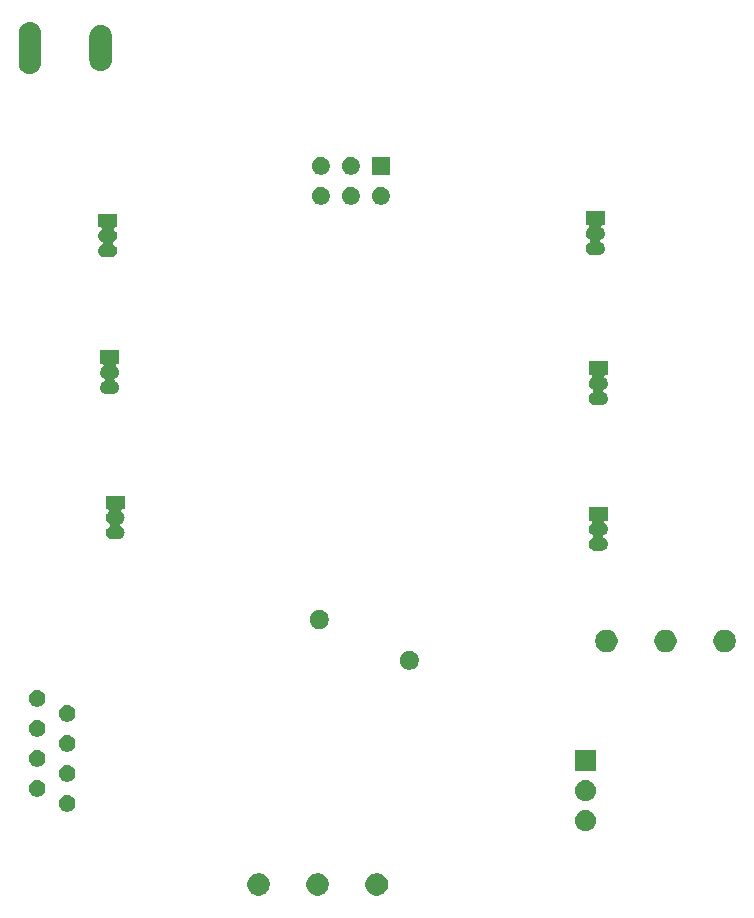
<source format=gbr>
G04 #@! TF.GenerationSoftware,KiCad,Pcbnew,(5.1.4)-1*
G04 #@! TF.CreationDate,2021-01-18T10:38:24+05:30*
G04 #@! TF.ProjectId,power,706f7765-722e-46b6-9963-61645f706362,rev?*
G04 #@! TF.SameCoordinates,Original*
G04 #@! TF.FileFunction,Soldermask,Bot*
G04 #@! TF.FilePolarity,Negative*
%FSLAX46Y46*%
G04 Gerber Fmt 4.6, Leading zero omitted, Abs format (unit mm)*
G04 Created by KiCad (PCBNEW (5.1.4)-1) date 2021-01-18 10:38:24*
%MOMM*%
%LPD*%
G04 APERTURE LIST*
%ADD10C,0.100000*%
G04 APERTURE END LIST*
D10*
G36*
X152503395Y-124180546D02*
G01*
X152676466Y-124252234D01*
X152676467Y-124252235D01*
X152832227Y-124356310D01*
X152964690Y-124488773D01*
X152964691Y-124488775D01*
X153068766Y-124644534D01*
X153140454Y-124817605D01*
X153177000Y-125001333D01*
X153177000Y-125188667D01*
X153140454Y-125372395D01*
X153068766Y-125545466D01*
X153068765Y-125545467D01*
X152964690Y-125701227D01*
X152832227Y-125833690D01*
X152753818Y-125886081D01*
X152676466Y-125937766D01*
X152503395Y-126009454D01*
X152319667Y-126046000D01*
X152132333Y-126046000D01*
X151948605Y-126009454D01*
X151775534Y-125937766D01*
X151698182Y-125886081D01*
X151619773Y-125833690D01*
X151487310Y-125701227D01*
X151383235Y-125545467D01*
X151383234Y-125545466D01*
X151311546Y-125372395D01*
X151275000Y-125188667D01*
X151275000Y-125001333D01*
X151311546Y-124817605D01*
X151383234Y-124644534D01*
X151487309Y-124488775D01*
X151487310Y-124488773D01*
X151619773Y-124356310D01*
X151775533Y-124252235D01*
X151775534Y-124252234D01*
X151948605Y-124180546D01*
X152132333Y-124144000D01*
X152319667Y-124144000D01*
X152503395Y-124180546D01*
X152503395Y-124180546D01*
G37*
G36*
X157503395Y-124180546D02*
G01*
X157676466Y-124252234D01*
X157676467Y-124252235D01*
X157832227Y-124356310D01*
X157964690Y-124488773D01*
X157964691Y-124488775D01*
X158068766Y-124644534D01*
X158140454Y-124817605D01*
X158177000Y-125001333D01*
X158177000Y-125188667D01*
X158140454Y-125372395D01*
X158068766Y-125545466D01*
X158068765Y-125545467D01*
X157964690Y-125701227D01*
X157832227Y-125833690D01*
X157753818Y-125886081D01*
X157676466Y-125937766D01*
X157503395Y-126009454D01*
X157319667Y-126046000D01*
X157132333Y-126046000D01*
X156948605Y-126009454D01*
X156775534Y-125937766D01*
X156698182Y-125886081D01*
X156619773Y-125833690D01*
X156487310Y-125701227D01*
X156383235Y-125545467D01*
X156383234Y-125545466D01*
X156311546Y-125372395D01*
X156275000Y-125188667D01*
X156275000Y-125001333D01*
X156311546Y-124817605D01*
X156383234Y-124644534D01*
X156487309Y-124488775D01*
X156487310Y-124488773D01*
X156619773Y-124356310D01*
X156775533Y-124252235D01*
X156775534Y-124252234D01*
X156948605Y-124180546D01*
X157132333Y-124144000D01*
X157319667Y-124144000D01*
X157503395Y-124180546D01*
X157503395Y-124180546D01*
G37*
G36*
X162503395Y-124180546D02*
G01*
X162676466Y-124252234D01*
X162676467Y-124252235D01*
X162832227Y-124356310D01*
X162964690Y-124488773D01*
X162964691Y-124488775D01*
X163068766Y-124644534D01*
X163140454Y-124817605D01*
X163177000Y-125001333D01*
X163177000Y-125188667D01*
X163140454Y-125372395D01*
X163068766Y-125545466D01*
X163068765Y-125545467D01*
X162964690Y-125701227D01*
X162832227Y-125833690D01*
X162753818Y-125886081D01*
X162676466Y-125937766D01*
X162503395Y-126009454D01*
X162319667Y-126046000D01*
X162132333Y-126046000D01*
X161948605Y-126009454D01*
X161775534Y-125937766D01*
X161698182Y-125886081D01*
X161619773Y-125833690D01*
X161487310Y-125701227D01*
X161383235Y-125545467D01*
X161383234Y-125545466D01*
X161311546Y-125372395D01*
X161275000Y-125188667D01*
X161275000Y-125001333D01*
X161311546Y-124817605D01*
X161383234Y-124644534D01*
X161487309Y-124488775D01*
X161487310Y-124488773D01*
X161619773Y-124356310D01*
X161775533Y-124252235D01*
X161775534Y-124252234D01*
X161948605Y-124180546D01*
X162132333Y-124144000D01*
X162319667Y-124144000D01*
X162503395Y-124180546D01*
X162503395Y-124180546D01*
G37*
G36*
X180009951Y-118795792D02*
G01*
X180076136Y-118802311D01*
X180245975Y-118853831D01*
X180245977Y-118853832D01*
X180324238Y-118895664D01*
X180402500Y-118937496D01*
X180438238Y-118966826D01*
X180539695Y-119050088D01*
X180622957Y-119151545D01*
X180652287Y-119187283D01*
X180735952Y-119343808D01*
X180787472Y-119513647D01*
X180804868Y-119690274D01*
X180787472Y-119866901D01*
X180735952Y-120036740D01*
X180652287Y-120193265D01*
X180622957Y-120229003D01*
X180539695Y-120330460D01*
X180438238Y-120413722D01*
X180402500Y-120443052D01*
X180245975Y-120526717D01*
X180076136Y-120578237D01*
X180009952Y-120584755D01*
X179943769Y-120591274D01*
X179855249Y-120591274D01*
X179789066Y-120584755D01*
X179722882Y-120578237D01*
X179553043Y-120526717D01*
X179396518Y-120443052D01*
X179360780Y-120413722D01*
X179259323Y-120330460D01*
X179176061Y-120229003D01*
X179146731Y-120193265D01*
X179063066Y-120036740D01*
X179011546Y-119866901D01*
X178994150Y-119690274D01*
X179011546Y-119513647D01*
X179063066Y-119343808D01*
X179146731Y-119187283D01*
X179176061Y-119151545D01*
X179259323Y-119050088D01*
X179360780Y-118966826D01*
X179396518Y-118937496D01*
X179474780Y-118895664D01*
X179553041Y-118853832D01*
X179553043Y-118853831D01*
X179722882Y-118802311D01*
X179789067Y-118795792D01*
X179855249Y-118789274D01*
X179943769Y-118789274D01*
X180009951Y-118795792D01*
X180009951Y-118795792D01*
G37*
G36*
X136221473Y-117562938D02*
G01*
X136349049Y-117615782D01*
X136463859Y-117692495D01*
X136561505Y-117790141D01*
X136638218Y-117904951D01*
X136691062Y-118032527D01*
X136718000Y-118167956D01*
X136718000Y-118306044D01*
X136691062Y-118441473D01*
X136638218Y-118569049D01*
X136561505Y-118683859D01*
X136463859Y-118781505D01*
X136349049Y-118858218D01*
X136221473Y-118911062D01*
X136086044Y-118938000D01*
X135947956Y-118938000D01*
X135812527Y-118911062D01*
X135684951Y-118858218D01*
X135570141Y-118781505D01*
X135472495Y-118683859D01*
X135395782Y-118569049D01*
X135342938Y-118441473D01*
X135316000Y-118306044D01*
X135316000Y-118167956D01*
X135342938Y-118032527D01*
X135395782Y-117904951D01*
X135472495Y-117790141D01*
X135570141Y-117692495D01*
X135684951Y-117615782D01*
X135812527Y-117562938D01*
X135947956Y-117536000D01*
X136086044Y-117536000D01*
X136221473Y-117562938D01*
X136221473Y-117562938D01*
G37*
G36*
X180009951Y-116255792D02*
G01*
X180076136Y-116262311D01*
X180245975Y-116313831D01*
X180245977Y-116313832D01*
X180305751Y-116345782D01*
X180402500Y-116397496D01*
X180432961Y-116422495D01*
X180539695Y-116510088D01*
X180622957Y-116611545D01*
X180652287Y-116647283D01*
X180735952Y-116803808D01*
X180787472Y-116973647D01*
X180804868Y-117150274D01*
X180787472Y-117326901D01*
X180735952Y-117496740D01*
X180735951Y-117496742D01*
X180728060Y-117511505D01*
X180652287Y-117653265D01*
X180640194Y-117668000D01*
X180539695Y-117790460D01*
X180438238Y-117873722D01*
X180402500Y-117903052D01*
X180245975Y-117986717D01*
X180076136Y-118038237D01*
X180009951Y-118044756D01*
X179943769Y-118051274D01*
X179855249Y-118051274D01*
X179789067Y-118044756D01*
X179722882Y-118038237D01*
X179553043Y-117986717D01*
X179396518Y-117903052D01*
X179360780Y-117873722D01*
X179259323Y-117790460D01*
X179158824Y-117668000D01*
X179146731Y-117653265D01*
X179070958Y-117511505D01*
X179063067Y-117496742D01*
X179063066Y-117496740D01*
X179011546Y-117326901D01*
X178994150Y-117150274D01*
X179011546Y-116973647D01*
X179063066Y-116803808D01*
X179146731Y-116647283D01*
X179176061Y-116611545D01*
X179259323Y-116510088D01*
X179366057Y-116422495D01*
X179396518Y-116397496D01*
X179493267Y-116345782D01*
X179553041Y-116313832D01*
X179553043Y-116313831D01*
X179722882Y-116262311D01*
X179789067Y-116255792D01*
X179855249Y-116249274D01*
X179943769Y-116249274D01*
X180009951Y-116255792D01*
X180009951Y-116255792D01*
G37*
G36*
X133681473Y-116292938D02*
G01*
X133809049Y-116345782D01*
X133923859Y-116422495D01*
X134021505Y-116520141D01*
X134098218Y-116634951D01*
X134151062Y-116762527D01*
X134178000Y-116897956D01*
X134178000Y-117036044D01*
X134151062Y-117171473D01*
X134098218Y-117299049D01*
X134021505Y-117413859D01*
X133923859Y-117511505D01*
X133809049Y-117588218D01*
X133681473Y-117641062D01*
X133546044Y-117668000D01*
X133407956Y-117668000D01*
X133272527Y-117641062D01*
X133144951Y-117588218D01*
X133030141Y-117511505D01*
X132932495Y-117413859D01*
X132855782Y-117299049D01*
X132802938Y-117171473D01*
X132776000Y-117036044D01*
X132776000Y-116897956D01*
X132802938Y-116762527D01*
X132855782Y-116634951D01*
X132932495Y-116520141D01*
X133030141Y-116422495D01*
X133144951Y-116345782D01*
X133272527Y-116292938D01*
X133407956Y-116266000D01*
X133546044Y-116266000D01*
X133681473Y-116292938D01*
X133681473Y-116292938D01*
G37*
G36*
X136221473Y-115022938D02*
G01*
X136349049Y-115075782D01*
X136463859Y-115152495D01*
X136561505Y-115250141D01*
X136638218Y-115364951D01*
X136691062Y-115492527D01*
X136718000Y-115627956D01*
X136718000Y-115766044D01*
X136691062Y-115901473D01*
X136638218Y-116029049D01*
X136561505Y-116143859D01*
X136463859Y-116241505D01*
X136349049Y-116318218D01*
X136221473Y-116371062D01*
X136086044Y-116398000D01*
X135947956Y-116398000D01*
X135812527Y-116371062D01*
X135684951Y-116318218D01*
X135570141Y-116241505D01*
X135472495Y-116143859D01*
X135395782Y-116029049D01*
X135342938Y-115901473D01*
X135316000Y-115766044D01*
X135316000Y-115627956D01*
X135342938Y-115492527D01*
X135395782Y-115364951D01*
X135472495Y-115250141D01*
X135570141Y-115152495D01*
X135684951Y-115075782D01*
X135812527Y-115022938D01*
X135947956Y-114996000D01*
X136086044Y-114996000D01*
X136221473Y-115022938D01*
X136221473Y-115022938D01*
G37*
G36*
X180800509Y-115511274D02*
G01*
X178998509Y-115511274D01*
X178998509Y-113709274D01*
X180800509Y-113709274D01*
X180800509Y-115511274D01*
X180800509Y-115511274D01*
G37*
G36*
X133681473Y-113752938D02*
G01*
X133809049Y-113805782D01*
X133923859Y-113882495D01*
X134021505Y-113980141D01*
X134098218Y-114094951D01*
X134151062Y-114222527D01*
X134178000Y-114357956D01*
X134178000Y-114496044D01*
X134151062Y-114631473D01*
X134098218Y-114759049D01*
X134021505Y-114873859D01*
X133923859Y-114971505D01*
X133809049Y-115048218D01*
X133681473Y-115101062D01*
X133546044Y-115128000D01*
X133407956Y-115128000D01*
X133272527Y-115101062D01*
X133144951Y-115048218D01*
X133030141Y-114971505D01*
X132932495Y-114873859D01*
X132855782Y-114759049D01*
X132802938Y-114631473D01*
X132776000Y-114496044D01*
X132776000Y-114357956D01*
X132802938Y-114222527D01*
X132855782Y-114094951D01*
X132932495Y-113980141D01*
X133030141Y-113882495D01*
X133144951Y-113805782D01*
X133272527Y-113752938D01*
X133407956Y-113726000D01*
X133546044Y-113726000D01*
X133681473Y-113752938D01*
X133681473Y-113752938D01*
G37*
G36*
X136221473Y-112482938D02*
G01*
X136349049Y-112535782D01*
X136463859Y-112612495D01*
X136561505Y-112710141D01*
X136638218Y-112824951D01*
X136691062Y-112952527D01*
X136718000Y-113087956D01*
X136718000Y-113226044D01*
X136691062Y-113361473D01*
X136638218Y-113489049D01*
X136561505Y-113603859D01*
X136463859Y-113701505D01*
X136349049Y-113778218D01*
X136221473Y-113831062D01*
X136086044Y-113858000D01*
X135947956Y-113858000D01*
X135812527Y-113831062D01*
X135684951Y-113778218D01*
X135570141Y-113701505D01*
X135472495Y-113603859D01*
X135395782Y-113489049D01*
X135342938Y-113361473D01*
X135316000Y-113226044D01*
X135316000Y-113087956D01*
X135342938Y-112952527D01*
X135395782Y-112824951D01*
X135472495Y-112710141D01*
X135570141Y-112612495D01*
X135684951Y-112535782D01*
X135812527Y-112482938D01*
X135947956Y-112456000D01*
X136086044Y-112456000D01*
X136221473Y-112482938D01*
X136221473Y-112482938D01*
G37*
G36*
X133681473Y-111212938D02*
G01*
X133809049Y-111265782D01*
X133923859Y-111342495D01*
X134021505Y-111440141D01*
X134098218Y-111554951D01*
X134151062Y-111682527D01*
X134178000Y-111817956D01*
X134178000Y-111956044D01*
X134151062Y-112091473D01*
X134098218Y-112219049D01*
X134021505Y-112333859D01*
X133923859Y-112431505D01*
X133809049Y-112508218D01*
X133681473Y-112561062D01*
X133546044Y-112588000D01*
X133407956Y-112588000D01*
X133272527Y-112561062D01*
X133144951Y-112508218D01*
X133030141Y-112431505D01*
X132932495Y-112333859D01*
X132855782Y-112219049D01*
X132802938Y-112091473D01*
X132776000Y-111956044D01*
X132776000Y-111817956D01*
X132802938Y-111682527D01*
X132855782Y-111554951D01*
X132932495Y-111440141D01*
X133030141Y-111342495D01*
X133144951Y-111265782D01*
X133272527Y-111212938D01*
X133407956Y-111186000D01*
X133546044Y-111186000D01*
X133681473Y-111212938D01*
X133681473Y-111212938D01*
G37*
G36*
X136221473Y-109942938D02*
G01*
X136349049Y-109995782D01*
X136463859Y-110072495D01*
X136561505Y-110170141D01*
X136638218Y-110284951D01*
X136691062Y-110412527D01*
X136718000Y-110547956D01*
X136718000Y-110686044D01*
X136691062Y-110821473D01*
X136638218Y-110949049D01*
X136561505Y-111063859D01*
X136463859Y-111161505D01*
X136349049Y-111238218D01*
X136221473Y-111291062D01*
X136086044Y-111318000D01*
X135947956Y-111318000D01*
X135812527Y-111291062D01*
X135684951Y-111238218D01*
X135570141Y-111161505D01*
X135472495Y-111063859D01*
X135395782Y-110949049D01*
X135342938Y-110821473D01*
X135316000Y-110686044D01*
X135316000Y-110547956D01*
X135342938Y-110412527D01*
X135395782Y-110284951D01*
X135472495Y-110170141D01*
X135570141Y-110072495D01*
X135684951Y-109995782D01*
X135812527Y-109942938D01*
X135947956Y-109916000D01*
X136086044Y-109916000D01*
X136221473Y-109942938D01*
X136221473Y-109942938D01*
G37*
G36*
X133681473Y-108672938D02*
G01*
X133809049Y-108725782D01*
X133923859Y-108802495D01*
X134021505Y-108900141D01*
X134098218Y-109014951D01*
X134151062Y-109142527D01*
X134178000Y-109277956D01*
X134178000Y-109416044D01*
X134151062Y-109551473D01*
X134098218Y-109679049D01*
X134021505Y-109793859D01*
X133923859Y-109891505D01*
X133809049Y-109968218D01*
X133681473Y-110021062D01*
X133546044Y-110048000D01*
X133407956Y-110048000D01*
X133272527Y-110021062D01*
X133144951Y-109968218D01*
X133030141Y-109891505D01*
X132932495Y-109793859D01*
X132855782Y-109679049D01*
X132802938Y-109551473D01*
X132776000Y-109416044D01*
X132776000Y-109277956D01*
X132802938Y-109142527D01*
X132855782Y-109014951D01*
X132932495Y-108900141D01*
X133030141Y-108802495D01*
X133144951Y-108725782D01*
X133272527Y-108672938D01*
X133407956Y-108646000D01*
X133546044Y-108646000D01*
X133681473Y-108672938D01*
X133681473Y-108672938D01*
G37*
G36*
X165210142Y-105339442D02*
G01*
X165358101Y-105400729D01*
X165491255Y-105489699D01*
X165604501Y-105602945D01*
X165693471Y-105736099D01*
X165754758Y-105884058D01*
X165786000Y-106041125D01*
X165786000Y-106201275D01*
X165754758Y-106358342D01*
X165693471Y-106506301D01*
X165604501Y-106639455D01*
X165491255Y-106752701D01*
X165358101Y-106841671D01*
X165210142Y-106902958D01*
X165053075Y-106934200D01*
X164892925Y-106934200D01*
X164735858Y-106902958D01*
X164587899Y-106841671D01*
X164454745Y-106752701D01*
X164341499Y-106639455D01*
X164252529Y-106506301D01*
X164191242Y-106358342D01*
X164160000Y-106201275D01*
X164160000Y-106041125D01*
X164191242Y-105884058D01*
X164252529Y-105736099D01*
X164341499Y-105602945D01*
X164454745Y-105489699D01*
X164587899Y-105400729D01*
X164735858Y-105339442D01*
X164892925Y-105308200D01*
X165053075Y-105308200D01*
X165210142Y-105339442D01*
X165210142Y-105339442D01*
G37*
G36*
X186952647Y-103564763D02*
G01*
X187125718Y-103636451D01*
X187125719Y-103636452D01*
X187281479Y-103740527D01*
X187413942Y-103872990D01*
X187413943Y-103872992D01*
X187518018Y-104028751D01*
X187589706Y-104201822D01*
X187626252Y-104385550D01*
X187626252Y-104572884D01*
X187589706Y-104756612D01*
X187518018Y-104929683D01*
X187518017Y-104929684D01*
X187413942Y-105085444D01*
X187281479Y-105217907D01*
X187203070Y-105270298D01*
X187125718Y-105321983D01*
X186952647Y-105393671D01*
X186768919Y-105430217D01*
X186581585Y-105430217D01*
X186397857Y-105393671D01*
X186224786Y-105321983D01*
X186147434Y-105270298D01*
X186069025Y-105217907D01*
X185936562Y-105085444D01*
X185832487Y-104929684D01*
X185832486Y-104929683D01*
X185760798Y-104756612D01*
X185724252Y-104572884D01*
X185724252Y-104385550D01*
X185760798Y-104201822D01*
X185832486Y-104028751D01*
X185936561Y-103872992D01*
X185936562Y-103872990D01*
X186069025Y-103740527D01*
X186224785Y-103636452D01*
X186224786Y-103636451D01*
X186397857Y-103564763D01*
X186581585Y-103528217D01*
X186768919Y-103528217D01*
X186952647Y-103564763D01*
X186952647Y-103564763D01*
G37*
G36*
X191952647Y-103564763D02*
G01*
X192125718Y-103636451D01*
X192125719Y-103636452D01*
X192281479Y-103740527D01*
X192413942Y-103872990D01*
X192413943Y-103872992D01*
X192518018Y-104028751D01*
X192589706Y-104201822D01*
X192626252Y-104385550D01*
X192626252Y-104572884D01*
X192589706Y-104756612D01*
X192518018Y-104929683D01*
X192518017Y-104929684D01*
X192413942Y-105085444D01*
X192281479Y-105217907D01*
X192203070Y-105270298D01*
X192125718Y-105321983D01*
X191952647Y-105393671D01*
X191768919Y-105430217D01*
X191581585Y-105430217D01*
X191397857Y-105393671D01*
X191224786Y-105321983D01*
X191147434Y-105270298D01*
X191069025Y-105217907D01*
X190936562Y-105085444D01*
X190832487Y-104929684D01*
X190832486Y-104929683D01*
X190760798Y-104756612D01*
X190724252Y-104572884D01*
X190724252Y-104385550D01*
X190760798Y-104201822D01*
X190832486Y-104028751D01*
X190936561Y-103872992D01*
X190936562Y-103872990D01*
X191069025Y-103740527D01*
X191224785Y-103636452D01*
X191224786Y-103636451D01*
X191397857Y-103564763D01*
X191581585Y-103528217D01*
X191768919Y-103528217D01*
X191952647Y-103564763D01*
X191952647Y-103564763D01*
G37*
G36*
X181952647Y-103564763D02*
G01*
X182125718Y-103636451D01*
X182125719Y-103636452D01*
X182281479Y-103740527D01*
X182413942Y-103872990D01*
X182413943Y-103872992D01*
X182518018Y-104028751D01*
X182589706Y-104201822D01*
X182626252Y-104385550D01*
X182626252Y-104572884D01*
X182589706Y-104756612D01*
X182518018Y-104929683D01*
X182518017Y-104929684D01*
X182413942Y-105085444D01*
X182281479Y-105217907D01*
X182203070Y-105270298D01*
X182125718Y-105321983D01*
X181952647Y-105393671D01*
X181768919Y-105430217D01*
X181581585Y-105430217D01*
X181397857Y-105393671D01*
X181224786Y-105321983D01*
X181147434Y-105270298D01*
X181069025Y-105217907D01*
X180936562Y-105085444D01*
X180832487Y-104929684D01*
X180832486Y-104929683D01*
X180760798Y-104756612D01*
X180724252Y-104572884D01*
X180724252Y-104385550D01*
X180760798Y-104201822D01*
X180832486Y-104028751D01*
X180936561Y-103872992D01*
X180936562Y-103872990D01*
X181069025Y-103740527D01*
X181224785Y-103636452D01*
X181224786Y-103636451D01*
X181397857Y-103564763D01*
X181581585Y-103528217D01*
X181768919Y-103528217D01*
X181952647Y-103564763D01*
X181952647Y-103564763D01*
G37*
G36*
X157590142Y-101885042D02*
G01*
X157738101Y-101946329D01*
X157871255Y-102035299D01*
X157984501Y-102148545D01*
X158073471Y-102281699D01*
X158134758Y-102429658D01*
X158166000Y-102586725D01*
X158166000Y-102746875D01*
X158134758Y-102903942D01*
X158073471Y-103051901D01*
X157984501Y-103185055D01*
X157871255Y-103298301D01*
X157738101Y-103387271D01*
X157590142Y-103448558D01*
X157433075Y-103479800D01*
X157272925Y-103479800D01*
X157115858Y-103448558D01*
X156967899Y-103387271D01*
X156834745Y-103298301D01*
X156721499Y-103185055D01*
X156632529Y-103051901D01*
X156571242Y-102903942D01*
X156540000Y-102746875D01*
X156540000Y-102586725D01*
X156571242Y-102429658D01*
X156632529Y-102281699D01*
X156721499Y-102148545D01*
X156834745Y-102035299D01*
X156967899Y-101946329D01*
X157115858Y-101885042D01*
X157272925Y-101853800D01*
X157433075Y-101853800D01*
X157590142Y-101885042D01*
X157590142Y-101885042D01*
G37*
G36*
X181776000Y-94302000D02*
G01*
X181611660Y-94302000D01*
X181587274Y-94304402D01*
X181563825Y-94311515D01*
X181542214Y-94323066D01*
X181523272Y-94338611D01*
X181507727Y-94357553D01*
X181496176Y-94379164D01*
X181489063Y-94402613D01*
X181486661Y-94426999D01*
X181489063Y-94451385D01*
X181496176Y-94474834D01*
X181507727Y-94496445D01*
X181523272Y-94515387D01*
X181532345Y-94523609D01*
X181609264Y-94586736D01*
X181681244Y-94674443D01*
X181708119Y-94724724D01*
X181734728Y-94774505D01*
X181734729Y-94774508D01*
X181767666Y-94883084D01*
X181778787Y-94996000D01*
X181767666Y-95108916D01*
X181743710Y-95187886D01*
X181734728Y-95217495D01*
X181715429Y-95253601D01*
X181681244Y-95317557D01*
X181609264Y-95405264D01*
X181521557Y-95477244D01*
X181440141Y-95520761D01*
X181419766Y-95534375D01*
X181402439Y-95551702D01*
X181388826Y-95572076D01*
X181379448Y-95594715D01*
X181374668Y-95618748D01*
X181374668Y-95643252D01*
X181379448Y-95667285D01*
X181388826Y-95689924D01*
X181402440Y-95710299D01*
X181419767Y-95727626D01*
X181440141Y-95741239D01*
X181521557Y-95784756D01*
X181609264Y-95856736D01*
X181681244Y-95944443D01*
X181715429Y-96008399D01*
X181734728Y-96044505D01*
X181734729Y-96044508D01*
X181767666Y-96153084D01*
X181778787Y-96266000D01*
X181767666Y-96378916D01*
X181734729Y-96487492D01*
X181734728Y-96487495D01*
X181715429Y-96523601D01*
X181681244Y-96587557D01*
X181609264Y-96675264D01*
X181521557Y-96747244D01*
X181457601Y-96781429D01*
X181421495Y-96800728D01*
X181421492Y-96800729D01*
X181312916Y-96833666D01*
X181228298Y-96842000D01*
X180721702Y-96842000D01*
X180637084Y-96833666D01*
X180528508Y-96800729D01*
X180528505Y-96800728D01*
X180492399Y-96781429D01*
X180428443Y-96747244D01*
X180340736Y-96675264D01*
X180268756Y-96587557D01*
X180234571Y-96523601D01*
X180215272Y-96487495D01*
X180215271Y-96487492D01*
X180182334Y-96378916D01*
X180171213Y-96266000D01*
X180182334Y-96153084D01*
X180215271Y-96044508D01*
X180215272Y-96044505D01*
X180234571Y-96008399D01*
X180268756Y-95944443D01*
X180340736Y-95856736D01*
X180428443Y-95784756D01*
X180509859Y-95741239D01*
X180530234Y-95727625D01*
X180547561Y-95710298D01*
X180561174Y-95689924D01*
X180570552Y-95667285D01*
X180575332Y-95643252D01*
X180575332Y-95618748D01*
X180570552Y-95594715D01*
X180561174Y-95572076D01*
X180547560Y-95551701D01*
X180530233Y-95534374D01*
X180509859Y-95520761D01*
X180428443Y-95477244D01*
X180340736Y-95405264D01*
X180268756Y-95317557D01*
X180234571Y-95253601D01*
X180215272Y-95217495D01*
X180206290Y-95187886D01*
X180182334Y-95108916D01*
X180171213Y-94996000D01*
X180182334Y-94883084D01*
X180215271Y-94774508D01*
X180215272Y-94774505D01*
X180241881Y-94724724D01*
X180268756Y-94674443D01*
X180340736Y-94586736D01*
X180417646Y-94523617D01*
X180434965Y-94506298D01*
X180448579Y-94485923D01*
X180457957Y-94463284D01*
X180462737Y-94439251D01*
X180462737Y-94414747D01*
X180457957Y-94390714D01*
X180448579Y-94368075D01*
X180434966Y-94347701D01*
X180417639Y-94330374D01*
X180397264Y-94316760D01*
X180374625Y-94307382D01*
X180350592Y-94302602D01*
X180338340Y-94302000D01*
X180174000Y-94302000D01*
X180174000Y-93150000D01*
X181776000Y-93150000D01*
X181776000Y-94302000D01*
X181776000Y-94302000D01*
G37*
G36*
X140871840Y-93336800D02*
G01*
X140707500Y-93336800D01*
X140683114Y-93339202D01*
X140659665Y-93346315D01*
X140638054Y-93357866D01*
X140619112Y-93373411D01*
X140603567Y-93392353D01*
X140592016Y-93413964D01*
X140584903Y-93437413D01*
X140582501Y-93461799D01*
X140584903Y-93486185D01*
X140592016Y-93509634D01*
X140603567Y-93531245D01*
X140619112Y-93550187D01*
X140628185Y-93558409D01*
X140705104Y-93621536D01*
X140777084Y-93709243D01*
X140811269Y-93773199D01*
X140830568Y-93809305D01*
X140830569Y-93809308D01*
X140863506Y-93917884D01*
X140874627Y-94030800D01*
X140863506Y-94143716D01*
X140830569Y-94252292D01*
X140830568Y-94252295D01*
X140811269Y-94288401D01*
X140777084Y-94352357D01*
X140705104Y-94440064D01*
X140617397Y-94512044D01*
X140535981Y-94555561D01*
X140515606Y-94569175D01*
X140498279Y-94586502D01*
X140484666Y-94606876D01*
X140475288Y-94629515D01*
X140470508Y-94653548D01*
X140470508Y-94678052D01*
X140475288Y-94702085D01*
X140484666Y-94724724D01*
X140498280Y-94745099D01*
X140515607Y-94762426D01*
X140535981Y-94776039D01*
X140617397Y-94819556D01*
X140705104Y-94891536D01*
X140777084Y-94979243D01*
X140811269Y-95043199D01*
X140830568Y-95079305D01*
X140830569Y-95079308D01*
X140863506Y-95187884D01*
X140874627Y-95300800D01*
X140863506Y-95413716D01*
X140831033Y-95520761D01*
X140830568Y-95522295D01*
X140824111Y-95534375D01*
X140777084Y-95622357D01*
X140705104Y-95710064D01*
X140617397Y-95782044D01*
X140553441Y-95816229D01*
X140517335Y-95835528D01*
X140517332Y-95835529D01*
X140408756Y-95868466D01*
X140324138Y-95876800D01*
X139817542Y-95876800D01*
X139732924Y-95868466D01*
X139624348Y-95835529D01*
X139624345Y-95835528D01*
X139588239Y-95816229D01*
X139524283Y-95782044D01*
X139436576Y-95710064D01*
X139364596Y-95622357D01*
X139317569Y-95534375D01*
X139311112Y-95522295D01*
X139310647Y-95520761D01*
X139278174Y-95413716D01*
X139267053Y-95300800D01*
X139278174Y-95187884D01*
X139311111Y-95079308D01*
X139311112Y-95079305D01*
X139330411Y-95043199D01*
X139364596Y-94979243D01*
X139436576Y-94891536D01*
X139524283Y-94819556D01*
X139605699Y-94776039D01*
X139626074Y-94762425D01*
X139643401Y-94745098D01*
X139657014Y-94724724D01*
X139666392Y-94702085D01*
X139671172Y-94678052D01*
X139671172Y-94653548D01*
X139666392Y-94629515D01*
X139657014Y-94606876D01*
X139643400Y-94586501D01*
X139626073Y-94569174D01*
X139605699Y-94555561D01*
X139524283Y-94512044D01*
X139436576Y-94440064D01*
X139364596Y-94352357D01*
X139330411Y-94288401D01*
X139311112Y-94252295D01*
X139311111Y-94252292D01*
X139278174Y-94143716D01*
X139267053Y-94030800D01*
X139278174Y-93917884D01*
X139311111Y-93809308D01*
X139311112Y-93809305D01*
X139330411Y-93773199D01*
X139364596Y-93709243D01*
X139436576Y-93621536D01*
X139513486Y-93558417D01*
X139530805Y-93541098D01*
X139544419Y-93520723D01*
X139553797Y-93498084D01*
X139558577Y-93474051D01*
X139558577Y-93449547D01*
X139553797Y-93425514D01*
X139544419Y-93402875D01*
X139530806Y-93382501D01*
X139513479Y-93365174D01*
X139493104Y-93351560D01*
X139470465Y-93342182D01*
X139446432Y-93337402D01*
X139434180Y-93336800D01*
X139269840Y-93336800D01*
X139269840Y-92184800D01*
X140871840Y-92184800D01*
X140871840Y-93336800D01*
X140871840Y-93336800D01*
G37*
G36*
X181776000Y-81983000D02*
G01*
X181611660Y-81983000D01*
X181587274Y-81985402D01*
X181563825Y-81992515D01*
X181542214Y-82004066D01*
X181523272Y-82019611D01*
X181507727Y-82038553D01*
X181496176Y-82060164D01*
X181489063Y-82083613D01*
X181486661Y-82107999D01*
X181489063Y-82132385D01*
X181496176Y-82155834D01*
X181507727Y-82177445D01*
X181523272Y-82196387D01*
X181532345Y-82204609D01*
X181609264Y-82267736D01*
X181681244Y-82355443D01*
X181696749Y-82384452D01*
X181734728Y-82455505D01*
X181734729Y-82455508D01*
X181767666Y-82564084D01*
X181778787Y-82677000D01*
X181767666Y-82789916D01*
X181736005Y-82894286D01*
X181734728Y-82898495D01*
X181715429Y-82934601D01*
X181681244Y-82998557D01*
X181609264Y-83086264D01*
X181521557Y-83158244D01*
X181440141Y-83201761D01*
X181419766Y-83215375D01*
X181402439Y-83232702D01*
X181388826Y-83253076D01*
X181379448Y-83275715D01*
X181374668Y-83299748D01*
X181374668Y-83324252D01*
X181379448Y-83348285D01*
X181388826Y-83370924D01*
X181402440Y-83391299D01*
X181419767Y-83408626D01*
X181440141Y-83422239D01*
X181521557Y-83465756D01*
X181609264Y-83537736D01*
X181681244Y-83625443D01*
X181715429Y-83689399D01*
X181734728Y-83725505D01*
X181734729Y-83725508D01*
X181767666Y-83834084D01*
X181778787Y-83947000D01*
X181767666Y-84059916D01*
X181734729Y-84168492D01*
X181734728Y-84168495D01*
X181715429Y-84204601D01*
X181681244Y-84268557D01*
X181609264Y-84356264D01*
X181521557Y-84428244D01*
X181457601Y-84462429D01*
X181421495Y-84481728D01*
X181421492Y-84481729D01*
X181312916Y-84514666D01*
X181228298Y-84523000D01*
X180721702Y-84523000D01*
X180637084Y-84514666D01*
X180528508Y-84481729D01*
X180528505Y-84481728D01*
X180492399Y-84462429D01*
X180428443Y-84428244D01*
X180340736Y-84356264D01*
X180268756Y-84268557D01*
X180234571Y-84204601D01*
X180215272Y-84168495D01*
X180215271Y-84168492D01*
X180182334Y-84059916D01*
X180171213Y-83947000D01*
X180182334Y-83834084D01*
X180215271Y-83725508D01*
X180215272Y-83725505D01*
X180234571Y-83689399D01*
X180268756Y-83625443D01*
X180340736Y-83537736D01*
X180428443Y-83465756D01*
X180509859Y-83422239D01*
X180530234Y-83408625D01*
X180547561Y-83391298D01*
X180561174Y-83370924D01*
X180570552Y-83348285D01*
X180575332Y-83324252D01*
X180575332Y-83299748D01*
X180570552Y-83275715D01*
X180561174Y-83253076D01*
X180547560Y-83232701D01*
X180530233Y-83215374D01*
X180509859Y-83201761D01*
X180428443Y-83158244D01*
X180340736Y-83086264D01*
X180268756Y-82998557D01*
X180234571Y-82934601D01*
X180215272Y-82898495D01*
X180213995Y-82894286D01*
X180182334Y-82789916D01*
X180171213Y-82677000D01*
X180182334Y-82564084D01*
X180215271Y-82455508D01*
X180215272Y-82455505D01*
X180253251Y-82384452D01*
X180268756Y-82355443D01*
X180340736Y-82267736D01*
X180417646Y-82204617D01*
X180434965Y-82187298D01*
X180448579Y-82166923D01*
X180457957Y-82144284D01*
X180462737Y-82120251D01*
X180462737Y-82095747D01*
X180457957Y-82071714D01*
X180448579Y-82049075D01*
X180434966Y-82028701D01*
X180417639Y-82011374D01*
X180397264Y-81997760D01*
X180374625Y-81988382D01*
X180350592Y-81983602D01*
X180338340Y-81983000D01*
X180174000Y-81983000D01*
X180174000Y-80831000D01*
X181776000Y-80831000D01*
X181776000Y-81983000D01*
X181776000Y-81983000D01*
G37*
G36*
X140414640Y-81043200D02*
G01*
X140250300Y-81043200D01*
X140225914Y-81045602D01*
X140202465Y-81052715D01*
X140180854Y-81064266D01*
X140161912Y-81079811D01*
X140146367Y-81098753D01*
X140134816Y-81120364D01*
X140127703Y-81143813D01*
X140125301Y-81168199D01*
X140127703Y-81192585D01*
X140134816Y-81216034D01*
X140146367Y-81237645D01*
X140161912Y-81256587D01*
X140170985Y-81264809D01*
X140247904Y-81327936D01*
X140319884Y-81415643D01*
X140354069Y-81479599D01*
X140373368Y-81515705D01*
X140373369Y-81515708D01*
X140406306Y-81624284D01*
X140417427Y-81737200D01*
X140406306Y-81850116D01*
X140373369Y-81958692D01*
X140373368Y-81958695D01*
X140357500Y-81988382D01*
X140319884Y-82058757D01*
X140247904Y-82146464D01*
X140160197Y-82218444D01*
X140078781Y-82261961D01*
X140058406Y-82275575D01*
X140041079Y-82292902D01*
X140027466Y-82313276D01*
X140018088Y-82335915D01*
X140013308Y-82359948D01*
X140013308Y-82384452D01*
X140018088Y-82408485D01*
X140027466Y-82431124D01*
X140041080Y-82451499D01*
X140058407Y-82468826D01*
X140078781Y-82482439D01*
X140160197Y-82525956D01*
X140247904Y-82597936D01*
X140319884Y-82685643D01*
X140354069Y-82749599D01*
X140373368Y-82785705D01*
X140373369Y-82785708D01*
X140406306Y-82894284D01*
X140417427Y-83007200D01*
X140406306Y-83120116D01*
X140373369Y-83228692D01*
X140373368Y-83228695D01*
X140360336Y-83253076D01*
X140319884Y-83328757D01*
X140247904Y-83416464D01*
X140160197Y-83488444D01*
X140096241Y-83522629D01*
X140060135Y-83541928D01*
X140060132Y-83541929D01*
X139951556Y-83574866D01*
X139866938Y-83583200D01*
X139360342Y-83583200D01*
X139275724Y-83574866D01*
X139167148Y-83541929D01*
X139167145Y-83541928D01*
X139131039Y-83522629D01*
X139067083Y-83488444D01*
X138979376Y-83416464D01*
X138907396Y-83328757D01*
X138866944Y-83253076D01*
X138853912Y-83228695D01*
X138853911Y-83228692D01*
X138820974Y-83120116D01*
X138809853Y-83007200D01*
X138820974Y-82894284D01*
X138853911Y-82785708D01*
X138853912Y-82785705D01*
X138873211Y-82749599D01*
X138907396Y-82685643D01*
X138979376Y-82597936D01*
X139067083Y-82525956D01*
X139148499Y-82482439D01*
X139168874Y-82468825D01*
X139186201Y-82451498D01*
X139199814Y-82431124D01*
X139209192Y-82408485D01*
X139213972Y-82384452D01*
X139213972Y-82359948D01*
X139209192Y-82335915D01*
X139199814Y-82313276D01*
X139186200Y-82292901D01*
X139168873Y-82275574D01*
X139148499Y-82261961D01*
X139067083Y-82218444D01*
X138979376Y-82146464D01*
X138907396Y-82058757D01*
X138869780Y-81988382D01*
X138853912Y-81958695D01*
X138853911Y-81958692D01*
X138820974Y-81850116D01*
X138809853Y-81737200D01*
X138820974Y-81624284D01*
X138853911Y-81515708D01*
X138853912Y-81515705D01*
X138873211Y-81479599D01*
X138907396Y-81415643D01*
X138979376Y-81327936D01*
X139056286Y-81264817D01*
X139073605Y-81247498D01*
X139087219Y-81227123D01*
X139096597Y-81204484D01*
X139101377Y-81180451D01*
X139101377Y-81155947D01*
X139096597Y-81131914D01*
X139087219Y-81109275D01*
X139073606Y-81088901D01*
X139056279Y-81071574D01*
X139035904Y-81057960D01*
X139013265Y-81048582D01*
X138989232Y-81043802D01*
X138976980Y-81043200D01*
X138812640Y-81043200D01*
X138812640Y-79891200D01*
X140414640Y-79891200D01*
X140414640Y-81043200D01*
X140414640Y-81043200D01*
G37*
G36*
X140257160Y-69470960D02*
G01*
X140092820Y-69470960D01*
X140068434Y-69473362D01*
X140044985Y-69480475D01*
X140023374Y-69492026D01*
X140004432Y-69507571D01*
X139988887Y-69526513D01*
X139977336Y-69548124D01*
X139970223Y-69571573D01*
X139967821Y-69595959D01*
X139970223Y-69620345D01*
X139977336Y-69643794D01*
X139988887Y-69665405D01*
X140004432Y-69684347D01*
X140013505Y-69692569D01*
X140090424Y-69755696D01*
X140162404Y-69843403D01*
X140196589Y-69907359D01*
X140215888Y-69943465D01*
X140215889Y-69943468D01*
X140248826Y-70052044D01*
X140259947Y-70164960D01*
X140248826Y-70277876D01*
X140215946Y-70386264D01*
X140215888Y-70386455D01*
X140196589Y-70422561D01*
X140162404Y-70486517D01*
X140090424Y-70574224D01*
X140002717Y-70646204D01*
X139940734Y-70679334D01*
X139921301Y-70689721D01*
X139900926Y-70703335D01*
X139883599Y-70720662D01*
X139869986Y-70741036D01*
X139860608Y-70763675D01*
X139855828Y-70787708D01*
X139855828Y-70812212D01*
X139860608Y-70836245D01*
X139869986Y-70858884D01*
X139883600Y-70879259D01*
X139900927Y-70896586D01*
X139921301Y-70910199D01*
X140002717Y-70953716D01*
X140090424Y-71025696D01*
X140162404Y-71113403D01*
X140196589Y-71177359D01*
X140215888Y-71213465D01*
X140215889Y-71213468D01*
X140248826Y-71322044D01*
X140259947Y-71434960D01*
X140248826Y-71547876D01*
X140215946Y-71656264D01*
X140215888Y-71656455D01*
X140196589Y-71692561D01*
X140162404Y-71756517D01*
X140090424Y-71844224D01*
X140002717Y-71916204D01*
X139938761Y-71950389D01*
X139902655Y-71969688D01*
X139902652Y-71969689D01*
X139794076Y-72002626D01*
X139709458Y-72010960D01*
X139202862Y-72010960D01*
X139118244Y-72002626D01*
X139009668Y-71969689D01*
X139009665Y-71969688D01*
X138973559Y-71950389D01*
X138909603Y-71916204D01*
X138821896Y-71844224D01*
X138749916Y-71756517D01*
X138715731Y-71692561D01*
X138696432Y-71656455D01*
X138696374Y-71656264D01*
X138663494Y-71547876D01*
X138652373Y-71434960D01*
X138663494Y-71322044D01*
X138696431Y-71213468D01*
X138696432Y-71213465D01*
X138715731Y-71177359D01*
X138749916Y-71113403D01*
X138821896Y-71025696D01*
X138909603Y-70953716D01*
X138991019Y-70910199D01*
X139011394Y-70896585D01*
X139028721Y-70879258D01*
X139042334Y-70858884D01*
X139051712Y-70836245D01*
X139056492Y-70812212D01*
X139056492Y-70787708D01*
X139051712Y-70763675D01*
X139042334Y-70741036D01*
X139028720Y-70720661D01*
X139011393Y-70703334D01*
X138991019Y-70689721D01*
X138971586Y-70679334D01*
X138909603Y-70646204D01*
X138821896Y-70574224D01*
X138749916Y-70486517D01*
X138715731Y-70422561D01*
X138696432Y-70386455D01*
X138696374Y-70386264D01*
X138663494Y-70277876D01*
X138652373Y-70164960D01*
X138663494Y-70052044D01*
X138696431Y-69943468D01*
X138696432Y-69943465D01*
X138715731Y-69907359D01*
X138749916Y-69843403D01*
X138821896Y-69755696D01*
X138898806Y-69692577D01*
X138916125Y-69675258D01*
X138929739Y-69654883D01*
X138939117Y-69632244D01*
X138943897Y-69608211D01*
X138943897Y-69583707D01*
X138939117Y-69559674D01*
X138929739Y-69537035D01*
X138916126Y-69516661D01*
X138898799Y-69499334D01*
X138878424Y-69485720D01*
X138855785Y-69476342D01*
X138831752Y-69471562D01*
X138819500Y-69470960D01*
X138655160Y-69470960D01*
X138655160Y-68318960D01*
X140257160Y-68318960D01*
X140257160Y-69470960D01*
X140257160Y-69470960D01*
G37*
G36*
X181522000Y-69283000D02*
G01*
X181357660Y-69283000D01*
X181333274Y-69285402D01*
X181309825Y-69292515D01*
X181288214Y-69304066D01*
X181269272Y-69319611D01*
X181253727Y-69338553D01*
X181242176Y-69360164D01*
X181235063Y-69383613D01*
X181232661Y-69407999D01*
X181235063Y-69432385D01*
X181242176Y-69455834D01*
X181253727Y-69477445D01*
X181269272Y-69496387D01*
X181278345Y-69504609D01*
X181355264Y-69567736D01*
X181427244Y-69655443D01*
X181442693Y-69684347D01*
X181480728Y-69755505D01*
X181480729Y-69755508D01*
X181513666Y-69864084D01*
X181524787Y-69977000D01*
X181513666Y-70089916D01*
X181490901Y-70164960D01*
X181480728Y-70198495D01*
X181461429Y-70234601D01*
X181427244Y-70298557D01*
X181355264Y-70386264D01*
X181267557Y-70458244D01*
X181186141Y-70501761D01*
X181165766Y-70515375D01*
X181148439Y-70532702D01*
X181134826Y-70553076D01*
X181125448Y-70575715D01*
X181120668Y-70599748D01*
X181120668Y-70624252D01*
X181125448Y-70648285D01*
X181134826Y-70670924D01*
X181148440Y-70691299D01*
X181165767Y-70708626D01*
X181186141Y-70722239D01*
X181267557Y-70765756D01*
X181355264Y-70837736D01*
X181427244Y-70925443D01*
X181461429Y-70989399D01*
X181480728Y-71025505D01*
X181480729Y-71025508D01*
X181513666Y-71134084D01*
X181524787Y-71247000D01*
X181513666Y-71359916D01*
X181490901Y-71434960D01*
X181480728Y-71468495D01*
X181461429Y-71504601D01*
X181427244Y-71568557D01*
X181355264Y-71656264D01*
X181267557Y-71728244D01*
X181214661Y-71756517D01*
X181167495Y-71781728D01*
X181167492Y-71781729D01*
X181058916Y-71814666D01*
X180974298Y-71823000D01*
X180467702Y-71823000D01*
X180383084Y-71814666D01*
X180274508Y-71781729D01*
X180274505Y-71781728D01*
X180227339Y-71756517D01*
X180174443Y-71728244D01*
X180086736Y-71656264D01*
X180014756Y-71568557D01*
X179980571Y-71504601D01*
X179961272Y-71468495D01*
X179951099Y-71434960D01*
X179928334Y-71359916D01*
X179917213Y-71247000D01*
X179928334Y-71134084D01*
X179961271Y-71025508D01*
X179961272Y-71025505D01*
X179980571Y-70989399D01*
X180014756Y-70925443D01*
X180086736Y-70837736D01*
X180174443Y-70765756D01*
X180255859Y-70722239D01*
X180276234Y-70708625D01*
X180293561Y-70691298D01*
X180307174Y-70670924D01*
X180316552Y-70648285D01*
X180321332Y-70624252D01*
X180321332Y-70599748D01*
X180316552Y-70575715D01*
X180307174Y-70553076D01*
X180293560Y-70532701D01*
X180276233Y-70515374D01*
X180255859Y-70501761D01*
X180174443Y-70458244D01*
X180086736Y-70386264D01*
X180014756Y-70298557D01*
X179980571Y-70234601D01*
X179961272Y-70198495D01*
X179951099Y-70164960D01*
X179928334Y-70089916D01*
X179917213Y-69977000D01*
X179928334Y-69864084D01*
X179961271Y-69755508D01*
X179961272Y-69755505D01*
X179999307Y-69684347D01*
X180014756Y-69655443D01*
X180086736Y-69567736D01*
X180163646Y-69504617D01*
X180180965Y-69487298D01*
X180194579Y-69466923D01*
X180203957Y-69444284D01*
X180208737Y-69420251D01*
X180208737Y-69395747D01*
X180203957Y-69371714D01*
X180194579Y-69349075D01*
X180180966Y-69328701D01*
X180163639Y-69311374D01*
X180143264Y-69297760D01*
X180120625Y-69288382D01*
X180096592Y-69283602D01*
X180084340Y-69283000D01*
X179920000Y-69283000D01*
X179920000Y-68131000D01*
X181522000Y-68131000D01*
X181522000Y-69283000D01*
X181522000Y-69283000D01*
G37*
G36*
X162779059Y-66079860D02*
G01*
X162915732Y-66136472D01*
X163038735Y-66218660D01*
X163143340Y-66323265D01*
X163225528Y-66446268D01*
X163282140Y-66582941D01*
X163311000Y-66728033D01*
X163311000Y-66875967D01*
X163282140Y-67021059D01*
X163225528Y-67157732D01*
X163143340Y-67280735D01*
X163038735Y-67385340D01*
X162915732Y-67467528D01*
X162915731Y-67467529D01*
X162915730Y-67467529D01*
X162779059Y-67524140D01*
X162633968Y-67553000D01*
X162486032Y-67553000D01*
X162340941Y-67524140D01*
X162204270Y-67467529D01*
X162204269Y-67467529D01*
X162204268Y-67467528D01*
X162081265Y-67385340D01*
X161976660Y-67280735D01*
X161894472Y-67157732D01*
X161837860Y-67021059D01*
X161809000Y-66875967D01*
X161809000Y-66728033D01*
X161837860Y-66582941D01*
X161894472Y-66446268D01*
X161976660Y-66323265D01*
X162081265Y-66218660D01*
X162204268Y-66136472D01*
X162340941Y-66079860D01*
X162486032Y-66051000D01*
X162633968Y-66051000D01*
X162779059Y-66079860D01*
X162779059Y-66079860D01*
G37*
G36*
X160239059Y-66079860D02*
G01*
X160375732Y-66136472D01*
X160498735Y-66218660D01*
X160603340Y-66323265D01*
X160685528Y-66446268D01*
X160742140Y-66582941D01*
X160771000Y-66728033D01*
X160771000Y-66875967D01*
X160742140Y-67021059D01*
X160685528Y-67157732D01*
X160603340Y-67280735D01*
X160498735Y-67385340D01*
X160375732Y-67467528D01*
X160375731Y-67467529D01*
X160375730Y-67467529D01*
X160239059Y-67524140D01*
X160093968Y-67553000D01*
X159946032Y-67553000D01*
X159800941Y-67524140D01*
X159664270Y-67467529D01*
X159664269Y-67467529D01*
X159664268Y-67467528D01*
X159541265Y-67385340D01*
X159436660Y-67280735D01*
X159354472Y-67157732D01*
X159297860Y-67021059D01*
X159269000Y-66875967D01*
X159269000Y-66728033D01*
X159297860Y-66582941D01*
X159354472Y-66446268D01*
X159436660Y-66323265D01*
X159541265Y-66218660D01*
X159664268Y-66136472D01*
X159800941Y-66079860D01*
X159946032Y-66051000D01*
X160093968Y-66051000D01*
X160239059Y-66079860D01*
X160239059Y-66079860D01*
G37*
G36*
X157699059Y-66079860D02*
G01*
X157835732Y-66136472D01*
X157958735Y-66218660D01*
X158063340Y-66323265D01*
X158145528Y-66446268D01*
X158202140Y-66582941D01*
X158231000Y-66728033D01*
X158231000Y-66875967D01*
X158202140Y-67021059D01*
X158145528Y-67157732D01*
X158063340Y-67280735D01*
X157958735Y-67385340D01*
X157835732Y-67467528D01*
X157835731Y-67467529D01*
X157835730Y-67467529D01*
X157699059Y-67524140D01*
X157553968Y-67553000D01*
X157406032Y-67553000D01*
X157260941Y-67524140D01*
X157124270Y-67467529D01*
X157124269Y-67467529D01*
X157124268Y-67467528D01*
X157001265Y-67385340D01*
X156896660Y-67280735D01*
X156814472Y-67157732D01*
X156757860Y-67021059D01*
X156729000Y-66875967D01*
X156729000Y-66728033D01*
X156757860Y-66582941D01*
X156814472Y-66446268D01*
X156896660Y-66323265D01*
X157001265Y-66218660D01*
X157124268Y-66136472D01*
X157260941Y-66079860D01*
X157406032Y-66051000D01*
X157553968Y-66051000D01*
X157699059Y-66079860D01*
X157699059Y-66079860D01*
G37*
G36*
X157699059Y-63539860D02*
G01*
X157835732Y-63596472D01*
X157958735Y-63678660D01*
X158063340Y-63783265D01*
X158145528Y-63906268D01*
X158202140Y-64042941D01*
X158231000Y-64188033D01*
X158231000Y-64335967D01*
X158202140Y-64481059D01*
X158145528Y-64617732D01*
X158063340Y-64740735D01*
X157958735Y-64845340D01*
X157835732Y-64927528D01*
X157835731Y-64927529D01*
X157835730Y-64927529D01*
X157699059Y-64984140D01*
X157553968Y-65013000D01*
X157406032Y-65013000D01*
X157260941Y-64984140D01*
X157124270Y-64927529D01*
X157124269Y-64927529D01*
X157124268Y-64927528D01*
X157001265Y-64845340D01*
X156896660Y-64740735D01*
X156814472Y-64617732D01*
X156757860Y-64481059D01*
X156729000Y-64335967D01*
X156729000Y-64188033D01*
X156757860Y-64042941D01*
X156814472Y-63906268D01*
X156896660Y-63783265D01*
X157001265Y-63678660D01*
X157124268Y-63596472D01*
X157260941Y-63539860D01*
X157406032Y-63511000D01*
X157553968Y-63511000D01*
X157699059Y-63539860D01*
X157699059Y-63539860D01*
G37*
G36*
X163311000Y-65013000D02*
G01*
X161809000Y-65013000D01*
X161809000Y-63511000D01*
X163311000Y-63511000D01*
X163311000Y-65013000D01*
X163311000Y-65013000D01*
G37*
G36*
X160239059Y-63539860D02*
G01*
X160375732Y-63596472D01*
X160498735Y-63678660D01*
X160603340Y-63783265D01*
X160685528Y-63906268D01*
X160742140Y-64042941D01*
X160771000Y-64188033D01*
X160771000Y-64335967D01*
X160742140Y-64481059D01*
X160685528Y-64617732D01*
X160603340Y-64740735D01*
X160498735Y-64845340D01*
X160375732Y-64927528D01*
X160375731Y-64927529D01*
X160375730Y-64927529D01*
X160239059Y-64984140D01*
X160093968Y-65013000D01*
X159946032Y-65013000D01*
X159800941Y-64984140D01*
X159664270Y-64927529D01*
X159664269Y-64927529D01*
X159664268Y-64927528D01*
X159541265Y-64845340D01*
X159436660Y-64740735D01*
X159354472Y-64617732D01*
X159297860Y-64481059D01*
X159269000Y-64335967D01*
X159269000Y-64188033D01*
X159297860Y-64042941D01*
X159354472Y-63906268D01*
X159436660Y-63783265D01*
X159541265Y-63678660D01*
X159664268Y-63596472D01*
X159800941Y-63539860D01*
X159946032Y-63511000D01*
X160093968Y-63511000D01*
X160239059Y-63539860D01*
X160239059Y-63539860D01*
G37*
G36*
X133038065Y-52102720D02*
G01*
X133038068Y-52102721D01*
X133038069Y-52102721D01*
X133217333Y-52157100D01*
X133217336Y-52157102D01*
X133217337Y-52157102D01*
X133382543Y-52245406D01*
X133527352Y-52364248D01*
X133646194Y-52509057D01*
X133702419Y-52614248D01*
X133734500Y-52674267D01*
X133788879Y-52853531D01*
X133788880Y-52853535D01*
X133802640Y-52993242D01*
X133802640Y-55586678D01*
X133788880Y-55726385D01*
X133788879Y-55726388D01*
X133788879Y-55726389D01*
X133734500Y-55905653D01*
X133734498Y-55905656D01*
X133734498Y-55905657D01*
X133646194Y-56070863D01*
X133527352Y-56215672D01*
X133382543Y-56334514D01*
X133217336Y-56422818D01*
X133217332Y-56422820D01*
X133038068Y-56477199D01*
X133038067Y-56477199D01*
X133038064Y-56477200D01*
X132851640Y-56495561D01*
X132665215Y-56477200D01*
X132665212Y-56477199D01*
X132665211Y-56477199D01*
X132485947Y-56422820D01*
X132485943Y-56422818D01*
X132320737Y-56334514D01*
X132175928Y-56215672D01*
X132057086Y-56070863D01*
X131968782Y-55905656D01*
X131968781Y-55905653D01*
X131968780Y-55905652D01*
X131914401Y-55726388D01*
X131914401Y-55726387D01*
X131914400Y-55726384D01*
X131900640Y-55586677D01*
X131900641Y-52993242D01*
X131914401Y-52853535D01*
X131914402Y-52853531D01*
X131968781Y-52674267D01*
X132000862Y-52614248D01*
X132057087Y-52509057D01*
X132175929Y-52364248D01*
X132320738Y-52245406D01*
X132485944Y-52157102D01*
X132485945Y-52157102D01*
X132485948Y-52157100D01*
X132665212Y-52102721D01*
X132665213Y-52102721D01*
X132665216Y-52102720D01*
X132851640Y-52084359D01*
X133038065Y-52102720D01*
X133038065Y-52102720D01*
G37*
G36*
X139038065Y-52352720D02*
G01*
X139038068Y-52352721D01*
X139038069Y-52352721D01*
X139217333Y-52407100D01*
X139217336Y-52407102D01*
X139217337Y-52407102D01*
X139382543Y-52495406D01*
X139527352Y-52614248D01*
X139646194Y-52759057D01*
X139696691Y-52853531D01*
X139734500Y-52924267D01*
X139755423Y-52993242D01*
X139788880Y-53103535D01*
X139802640Y-53243242D01*
X139802640Y-55336678D01*
X139788880Y-55476385D01*
X139788879Y-55476388D01*
X139788879Y-55476389D01*
X139734500Y-55655653D01*
X139734498Y-55655656D01*
X139734498Y-55655657D01*
X139646194Y-55820863D01*
X139527352Y-55965672D01*
X139382543Y-56084514D01*
X139217336Y-56172818D01*
X139217332Y-56172820D01*
X139038068Y-56227199D01*
X139038067Y-56227199D01*
X139038064Y-56227200D01*
X138851640Y-56245561D01*
X138665215Y-56227200D01*
X138665212Y-56227199D01*
X138665211Y-56227199D01*
X138485947Y-56172820D01*
X138485943Y-56172818D01*
X138320737Y-56084514D01*
X138175928Y-55965672D01*
X138057086Y-55820863D01*
X137968782Y-55655656D01*
X137968781Y-55655653D01*
X137968780Y-55655652D01*
X137914401Y-55476388D01*
X137914401Y-55476387D01*
X137914400Y-55476384D01*
X137900640Y-55336677D01*
X137900641Y-53243242D01*
X137914401Y-53103535D01*
X137947858Y-52993242D01*
X137968781Y-52924267D01*
X138006590Y-52853531D01*
X138057087Y-52759057D01*
X138175929Y-52614248D01*
X138320738Y-52495406D01*
X138485944Y-52407102D01*
X138485945Y-52407102D01*
X138485948Y-52407100D01*
X138665212Y-52352721D01*
X138665213Y-52352721D01*
X138665216Y-52352720D01*
X138851640Y-52334359D01*
X139038065Y-52352720D01*
X139038065Y-52352720D01*
G37*
M02*

</source>
